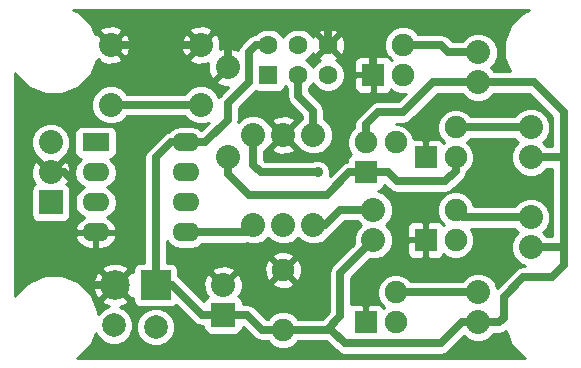
<source format=gbl>
G04 #@! TF.FileFunction,Copper,L2,Bot,Signal*
%FSLAX46Y46*%
G04 Gerber Fmt 4.6, Leading zero omitted, Abs format (unit mm)*
G04 Created by KiCad (PCBNEW (2015-07-09 BZR 5913, Git 33e1797)-product) date 29/10/2015 17:07:08*
%MOMM*%
G01*
G04 APERTURE LIST*
%ADD10C,0.150000*%
%ADD11R,2.032000X2.032000*%
%ADD12C,2.032000*%
%ADD13C,1.905000*%
%ADD14R,2.286000X1.574800*%
%ADD15O,2.286000X1.574800*%
%ADD16R,2.499360X2.499360*%
%ADD17C,2.499360*%
%ADD18C,1.998980*%
%ADD19R,1.600200X1.600200*%
%ADD20C,1.600200*%
%ADD21R,1.905000X1.905000*%
%ADD22C,0.889000*%
%ADD23C,0.635000*%
%ADD24C,0.254000*%
G04 APERTURE END LIST*
D10*
D11*
X56515000Y-82550000D03*
D12*
X56515000Y-80010000D03*
D13*
X61595000Y-83820000D03*
X61595000Y-78740000D03*
D12*
X78105000Y-62865000D03*
X78105000Y-60325000D03*
X82550000Y-69215000D03*
X82550000Y-66675000D03*
X82550000Y-76835000D03*
X82550000Y-74295000D03*
X78105000Y-83185000D03*
X78105000Y-80645000D03*
X69215000Y-76200000D03*
X69215000Y-73660000D03*
D14*
X45720000Y-67945000D03*
D15*
X45720000Y-70485000D03*
X45720000Y-73025000D03*
X45720000Y-75565000D03*
X53340000Y-75565000D03*
X53340000Y-73025000D03*
X53340000Y-70485000D03*
X53340000Y-67945000D03*
D16*
X50800000Y-80010000D03*
D17*
X47371000Y-80010000D03*
D18*
X50800000Y-83566000D03*
X47244000Y-83439000D03*
D19*
X60325000Y-62230000D03*
D20*
X60325000Y-59690000D03*
X62865000Y-62230000D03*
X62865000Y-59690000D03*
X65405000Y-62230000D03*
X65405000Y-59690000D03*
D21*
X68580000Y-70485000D03*
D13*
X71120000Y-67945000D03*
X68580000Y-67945000D03*
D21*
X69215000Y-62230000D03*
D13*
X71755000Y-62230000D03*
X71755000Y-59690000D03*
D21*
X73660000Y-69215000D03*
D13*
X76200000Y-69215000D03*
X76200000Y-66675000D03*
D21*
X73660000Y-76200000D03*
D13*
X76200000Y-76200000D03*
X76200000Y-73660000D03*
D21*
X68580000Y-83185000D03*
D13*
X71120000Y-83185000D03*
X71120000Y-80645000D03*
D12*
X59055000Y-67310000D03*
X59055000Y-74930000D03*
X61595000Y-74930000D03*
X61595000Y-67310000D03*
X56896000Y-69215000D03*
X56896000Y-61595000D03*
X64135000Y-67310000D03*
X64135000Y-74930000D03*
X54610000Y-59690000D03*
X54610000Y-64770000D03*
X46990000Y-59690000D03*
X46990000Y-64770000D03*
D11*
X41910000Y-73025000D03*
D12*
X41910000Y-70485000D03*
X41910000Y-67945000D03*
D22*
X64516000Y-70485000D03*
D23*
X65405000Y-59690000D02*
X65405000Y-58166000D01*
X65405000Y-58166000D02*
X65405000Y-58293000D01*
X65405000Y-58293000D02*
X65405000Y-58166000D01*
X46990000Y-59690000D02*
X54610000Y-59690000D01*
X56896000Y-61595000D02*
X56896000Y-60071000D01*
X56896000Y-60071000D02*
X58801000Y-58166000D01*
X58801000Y-58166000D02*
X65405000Y-58166000D01*
X67056000Y-58166000D02*
X68580000Y-59690000D01*
X65405000Y-58166000D02*
X67056000Y-58166000D01*
X47371000Y-80010000D02*
X45466000Y-80010000D01*
X43815000Y-71247000D02*
X43815000Y-76073000D01*
X43053000Y-70485000D02*
X43815000Y-71247000D01*
X41910000Y-70485000D02*
X43053000Y-70485000D01*
X45466000Y-80010000D02*
X43815000Y-78359000D01*
X43815000Y-78359000D02*
X43815000Y-76073000D01*
X69215000Y-62230000D02*
X69215000Y-60325000D01*
X69215000Y-60325000D02*
X68580000Y-59690000D01*
X53340000Y-67945000D02*
X54991000Y-67945000D01*
X58674000Y-60325000D02*
X59309000Y-59690000D01*
X58674000Y-62865000D02*
X58674000Y-60325000D01*
X56896000Y-64643000D02*
X58674000Y-62865000D01*
X56896000Y-66040000D02*
X56896000Y-64643000D01*
X54991000Y-67945000D02*
X56896000Y-66040000D01*
X64643000Y-83820000D02*
X65659000Y-83820000D01*
X76708000Y-83185000D02*
X78105000Y-83185000D01*
X74930000Y-84963000D02*
X76708000Y-83185000D01*
X66802000Y-84963000D02*
X74930000Y-84963000D01*
X65659000Y-83820000D02*
X66802000Y-84963000D01*
X61595000Y-83820000D02*
X64643000Y-83820000D01*
X64643000Y-83820000D02*
X65278000Y-83820000D01*
X66421000Y-78994000D02*
X69215000Y-76200000D01*
X66421000Y-82677000D02*
X66421000Y-78994000D01*
X65278000Y-83820000D02*
X66421000Y-82677000D01*
X56515000Y-82550000D02*
X58547000Y-82550000D01*
X59817000Y-83820000D02*
X61595000Y-83820000D01*
X58547000Y-82550000D02*
X59817000Y-83820000D01*
X50800000Y-80010000D02*
X52197000Y-80010000D01*
X54737000Y-82550000D02*
X56515000Y-82550000D01*
X52197000Y-80010000D02*
X54737000Y-82550000D01*
X60325000Y-59690000D02*
X59309000Y-59690000D01*
X54356000Y-67945000D02*
X53340000Y-67945000D01*
X82550000Y-69215000D02*
X85344000Y-69215000D01*
X82550000Y-76835000D02*
X85217000Y-76835000D01*
X85217000Y-76835000D02*
X85344000Y-76708000D01*
X78105000Y-62865000D02*
X82804000Y-62865000D01*
X79883000Y-83185000D02*
X78105000Y-83185000D01*
X85344000Y-76708000D02*
X85344000Y-78359000D01*
X85344000Y-78359000D02*
X84328000Y-79375000D01*
X84328000Y-79375000D02*
X81915000Y-79375000D01*
X81915000Y-79375000D02*
X80264000Y-81026000D01*
X80264000Y-81026000D02*
X80264000Y-82804000D01*
X80264000Y-82804000D02*
X79883000Y-83185000D01*
X85344000Y-65405000D02*
X85344000Y-69215000D01*
X85344000Y-69215000D02*
X85344000Y-76708000D01*
X82804000Y-62865000D02*
X85344000Y-65405000D01*
X68580000Y-67945000D02*
X68580000Y-66421000D01*
X74295000Y-62865000D02*
X78105000Y-62865000D01*
X71755000Y-65405000D02*
X74295000Y-62865000D01*
X69596000Y-65405000D02*
X71755000Y-65405000D01*
X68580000Y-66421000D02*
X69596000Y-65405000D01*
X50800000Y-80010000D02*
X50800000Y-69215000D01*
X52070000Y-67945000D02*
X53340000Y-67945000D01*
X50800000Y-69215000D02*
X52070000Y-67945000D01*
X71755000Y-59690000D02*
X74930000Y-59690000D01*
X75565000Y-60325000D02*
X78105000Y-60325000D01*
X74930000Y-59690000D02*
X75565000Y-60325000D01*
X82550000Y-66675000D02*
X76200000Y-66675000D01*
X82550000Y-74295000D02*
X76835000Y-74295000D01*
X76835000Y-74295000D02*
X76200000Y-73660000D01*
X78105000Y-80645000D02*
X71120000Y-80645000D01*
X64135000Y-74930000D02*
X65151000Y-74930000D01*
X65151000Y-74930000D02*
X66421000Y-73660000D01*
X66421000Y-73660000D02*
X69215000Y-73660000D01*
X46990000Y-64770000D02*
X54610000Y-64770000D01*
X53340000Y-75565000D02*
X58420000Y-75565000D01*
X58420000Y-75565000D02*
X59055000Y-74930000D01*
X64135000Y-67310000D02*
X64135000Y-65278000D01*
X62865000Y-64008000D02*
X62865000Y-62230000D01*
X64135000Y-65278000D02*
X62865000Y-64008000D01*
X56896000Y-69215000D02*
X56896000Y-70612000D01*
X56896000Y-70612000D02*
X58674000Y-72390000D01*
X63627000Y-72390000D02*
X65278000Y-72390000D01*
X67183000Y-70485000D02*
X68580000Y-70485000D01*
X65278000Y-72390000D02*
X67183000Y-70485000D01*
X68580000Y-70485000D02*
X70485000Y-70485000D01*
X70485000Y-70485000D02*
X71247000Y-71247000D01*
X71247000Y-71247000D02*
X75311000Y-71247000D01*
X75311000Y-71247000D02*
X76200000Y-70358000D01*
X76200000Y-70358000D02*
X76200000Y-69215000D01*
X58674000Y-72390000D02*
X63627000Y-72390000D01*
X71755000Y-62230000D02*
X71755000Y-62865000D01*
X59055000Y-69850000D02*
X59055000Y-67310000D01*
X59690000Y-70485000D02*
X59055000Y-69850000D01*
X64516000Y-70485000D02*
X59690000Y-70485000D01*
D24*
G36*
X81951439Y-56888355D02*
X80895064Y-57942888D01*
X80322653Y-59321407D01*
X80321350Y-60814045D01*
X80775223Y-61912500D01*
X79486993Y-61912500D01*
X79169868Y-61594821D01*
X79503834Y-61261437D01*
X79755713Y-60654845D01*
X79756286Y-59998037D01*
X79505466Y-59391005D01*
X79041437Y-58926166D01*
X78434845Y-58674287D01*
X77778037Y-58673714D01*
X77171005Y-58924534D01*
X76722257Y-59372500D01*
X75959538Y-59372500D01*
X75603519Y-59016481D01*
X75294506Y-58810005D01*
X74930000Y-58737500D01*
X73047269Y-58737500D01*
X72655421Y-58344968D01*
X72072159Y-58102776D01*
X71440612Y-58102225D01*
X70856928Y-58343398D01*
X70409968Y-58789579D01*
X70167776Y-59372841D01*
X70167225Y-60004388D01*
X70408398Y-60588072D01*
X70779935Y-60960257D01*
X70739947Y-61000175D01*
X70705827Y-60917801D01*
X70527198Y-60739173D01*
X70293809Y-60642500D01*
X69500750Y-60642500D01*
X69342000Y-60801250D01*
X69342000Y-62103000D01*
X69362000Y-62103000D01*
X69362000Y-62357000D01*
X69342000Y-62357000D01*
X69342000Y-63658750D01*
X69500750Y-63817500D01*
X70293809Y-63817500D01*
X70527198Y-63720827D01*
X70705827Y-63542199D01*
X70739838Y-63460090D01*
X70854579Y-63575032D01*
X71437841Y-63817224D01*
X71995251Y-63817710D01*
X71360462Y-64452500D01*
X69596000Y-64452500D01*
X69231494Y-64525005D01*
X68922481Y-64731481D01*
X67906481Y-65747481D01*
X67700005Y-66056494D01*
X67627500Y-66421000D01*
X67627500Y-66652731D01*
X67234968Y-67044579D01*
X66992776Y-67627841D01*
X66992225Y-68259388D01*
X67233398Y-68843072D01*
X67347226Y-68957098D01*
X67172573Y-69071827D01*
X67030123Y-69282860D01*
X66980060Y-69532500D01*
X66980060Y-69572867D01*
X66818494Y-69605005D01*
X66509481Y-69811481D01*
X65577574Y-70743388D01*
X65595313Y-70700668D01*
X65595687Y-70271216D01*
X65431689Y-69874311D01*
X65128286Y-69570378D01*
X64731668Y-69405687D01*
X64302216Y-69405313D01*
X63994400Y-69532500D01*
X60084538Y-69532500D01*
X60007500Y-69455462D01*
X60007500Y-68691993D01*
X60225766Y-68474107D01*
X60610498Y-68474107D01*
X60711120Y-68742622D01*
X61326642Y-68971816D01*
X61983019Y-68948014D01*
X62478880Y-68742622D01*
X62579502Y-68474107D01*
X61595000Y-67489605D01*
X60610498Y-68474107D01*
X60225766Y-68474107D01*
X60412565Y-68287634D01*
X60430893Y-68294502D01*
X61415395Y-67310000D01*
X60430893Y-66325498D01*
X60412083Y-66332547D01*
X60225755Y-66145893D01*
X60610498Y-66145893D01*
X61595000Y-67130395D01*
X62579502Y-66145893D01*
X62478880Y-65877378D01*
X61863358Y-65648184D01*
X61206981Y-65671986D01*
X60711120Y-65877378D01*
X60610498Y-66145893D01*
X60225755Y-66145893D01*
X59991437Y-65911166D01*
X59384845Y-65659287D01*
X58728037Y-65658714D01*
X58121005Y-65909534D01*
X57813364Y-66216639D01*
X57848500Y-66040000D01*
X57848500Y-65037538D01*
X59265291Y-63620747D01*
X59275260Y-63627477D01*
X59524900Y-63677540D01*
X61125100Y-63677540D01*
X61367223Y-63630563D01*
X61580027Y-63490773D01*
X61722477Y-63279740D01*
X61749688Y-63144051D01*
X61912500Y-63307147D01*
X61912500Y-64008000D01*
X61985005Y-64372506D01*
X62191481Y-64681519D01*
X63182500Y-65672538D01*
X63182500Y-65928007D01*
X62777435Y-66332366D01*
X62759107Y-66325498D01*
X61774605Y-67310000D01*
X62759107Y-68294502D01*
X62777917Y-68287453D01*
X63198563Y-68708834D01*
X63805155Y-68960713D01*
X64461963Y-68961286D01*
X65068995Y-68710466D01*
X65533834Y-68246437D01*
X65785713Y-67639845D01*
X65786286Y-66983037D01*
X65535466Y-66376005D01*
X65087500Y-65927257D01*
X65087500Y-65278000D01*
X65014995Y-64913494D01*
X64808519Y-64604481D01*
X63817500Y-63613462D01*
X63817500Y-63306930D01*
X64080909Y-63043980D01*
X64134862Y-62914047D01*
X64187672Y-63041857D01*
X64591020Y-63445909D01*
X65118289Y-63664850D01*
X65689207Y-63665348D01*
X66216857Y-63447328D01*
X66620909Y-63043980D01*
X66839850Y-62516711D01*
X66839851Y-62515750D01*
X67627500Y-62515750D01*
X67627500Y-63308810D01*
X67724173Y-63542199D01*
X67902802Y-63720827D01*
X68136191Y-63817500D01*
X68929250Y-63817500D01*
X69088000Y-63658750D01*
X69088000Y-62357000D01*
X67786250Y-62357000D01*
X67627500Y-62515750D01*
X66839851Y-62515750D01*
X66840348Y-61945793D01*
X66622328Y-61418143D01*
X66355840Y-61151190D01*
X67627500Y-61151190D01*
X67627500Y-61944250D01*
X67786250Y-62103000D01*
X69088000Y-62103000D01*
X69088000Y-60801250D01*
X68929250Y-60642500D01*
X68136191Y-60642500D01*
X67902802Y-60739173D01*
X67724173Y-60917801D01*
X67627500Y-61151190D01*
X66355840Y-61151190D01*
X66218980Y-61014091D01*
X66104493Y-60966552D01*
X66159065Y-60943947D01*
X66233212Y-60697817D01*
X65405000Y-59869605D01*
X64576788Y-60697817D01*
X64650935Y-60943947D01*
X64708978Y-60964810D01*
X64593143Y-61012672D01*
X64189091Y-61416020D01*
X64135138Y-61545953D01*
X64082328Y-61418143D01*
X63678980Y-61014091D01*
X63549047Y-60960138D01*
X63676857Y-60907328D01*
X64080909Y-60503980D01*
X64128448Y-60389493D01*
X64151053Y-60444065D01*
X64397183Y-60518212D01*
X65225395Y-59690000D01*
X65584605Y-59690000D01*
X66412817Y-60518212D01*
X66658947Y-60444065D01*
X66852064Y-59906800D01*
X66824879Y-59336530D01*
X66658947Y-58935935D01*
X66412817Y-58861788D01*
X65584605Y-59690000D01*
X65225395Y-59690000D01*
X65225395Y-59690000D01*
X64397183Y-58861788D01*
X64151053Y-58935935D01*
X64130190Y-58993978D01*
X64082328Y-58878143D01*
X63886709Y-58682183D01*
X64576788Y-58682183D01*
X65405000Y-59510395D01*
X66233212Y-58682183D01*
X66159065Y-58436053D01*
X65621800Y-58242936D01*
X65051530Y-58270121D01*
X64650935Y-58436053D01*
X64576788Y-58682183D01*
X63886709Y-58682183D01*
X63678980Y-58474091D01*
X63151711Y-58255150D01*
X62580793Y-58254652D01*
X62053143Y-58472672D01*
X61649091Y-58876020D01*
X61595138Y-59005953D01*
X61542328Y-58878143D01*
X61138980Y-58474091D01*
X60611711Y-58255150D01*
X60040793Y-58254652D01*
X59513143Y-58472672D01*
X59232637Y-58752690D01*
X58944494Y-58810005D01*
X58756027Y-58935935D01*
X58635481Y-59016481D01*
X58000481Y-59651481D01*
X57794005Y-59960494D01*
X57755643Y-60153353D01*
X57164358Y-59933184D01*
X56507981Y-59956986D01*
X56229353Y-60072397D01*
X56271816Y-59958358D01*
X56248014Y-59301981D01*
X56042622Y-58806120D01*
X55774107Y-58705498D01*
X54789605Y-59690000D01*
X54803748Y-59704143D01*
X54624143Y-59883748D01*
X54610000Y-59869605D01*
X53625498Y-60854107D01*
X53726120Y-61122622D01*
X54341642Y-61351816D01*
X54998019Y-61328014D01*
X55276647Y-61212603D01*
X55234184Y-61326642D01*
X55257986Y-61983019D01*
X55463378Y-62478880D01*
X55731893Y-62579502D01*
X56716395Y-61595000D01*
X56702253Y-61580858D01*
X56881858Y-61401253D01*
X56896000Y-61415395D01*
X56910143Y-61401253D01*
X57089748Y-61580858D01*
X57075605Y-61595000D01*
X57089748Y-61609143D01*
X56910143Y-61788748D01*
X56896000Y-61774605D01*
X55911498Y-62759107D01*
X56012120Y-63027622D01*
X56627642Y-63256816D01*
X56946717Y-63245245D01*
X56222481Y-63969481D01*
X56125555Y-64114541D01*
X56010466Y-63836005D01*
X55546437Y-63371166D01*
X54939845Y-63119287D01*
X54283037Y-63118714D01*
X53676005Y-63369534D01*
X53227257Y-63817500D01*
X48371993Y-63817500D01*
X47926437Y-63371166D01*
X47319845Y-63119287D01*
X46663037Y-63118714D01*
X46056005Y-63369534D01*
X45591166Y-63833563D01*
X45339287Y-64440155D01*
X45338714Y-65096963D01*
X45589534Y-65703995D01*
X46053563Y-66168834D01*
X46660155Y-66420713D01*
X47316963Y-66421286D01*
X47923995Y-66170466D01*
X48372743Y-65722500D01*
X53228007Y-65722500D01*
X53673563Y-66168834D01*
X54280155Y-66420713D01*
X54936963Y-66421286D01*
X55330128Y-66258834D01*
X54684386Y-66904576D01*
X54274762Y-66630874D01*
X53730433Y-66522600D01*
X52949567Y-66522600D01*
X52405238Y-66630874D01*
X51943778Y-66939211D01*
X51883366Y-67029624D01*
X51705494Y-67065005D01*
X51396481Y-67271481D01*
X50126481Y-68541481D01*
X49920005Y-68850494D01*
X49847500Y-69215000D01*
X49847500Y-78112880D01*
X49550320Y-78112880D01*
X49308197Y-78159857D01*
X49095393Y-78299647D01*
X48952943Y-78510680D01*
X48902880Y-78760320D01*
X48902880Y-78944249D01*
X48704089Y-78856517D01*
X47550605Y-80010000D01*
X48704089Y-81163483D01*
X48902880Y-81075751D01*
X48902880Y-81259680D01*
X48949857Y-81501803D01*
X49089647Y-81714607D01*
X49300680Y-81857057D01*
X49550320Y-81907120D01*
X52049680Y-81907120D01*
X52291803Y-81860143D01*
X52504607Y-81720353D01*
X52527057Y-81687095D01*
X54063480Y-83223519D01*
X54313290Y-83390436D01*
X54372494Y-83429995D01*
X54737000Y-83502500D01*
X54851560Y-83502500D01*
X54851560Y-83566000D01*
X54898537Y-83808123D01*
X55038327Y-84020927D01*
X55249360Y-84163377D01*
X55499000Y-84213440D01*
X57531000Y-84213440D01*
X57773123Y-84166463D01*
X57985927Y-84026673D01*
X58128377Y-83815640D01*
X58178440Y-83566000D01*
X58178440Y-83528478D01*
X59143481Y-84493519D01*
X59452494Y-84699995D01*
X59817000Y-84772500D01*
X60302731Y-84772500D01*
X60694579Y-85165032D01*
X61277841Y-85407224D01*
X61909388Y-85407775D01*
X62493072Y-85166602D01*
X62887862Y-84772500D01*
X65264462Y-84772500D01*
X66128481Y-85636519D01*
X66437494Y-85842995D01*
X66802000Y-85915500D01*
X74930000Y-85915500D01*
X75294506Y-85842995D01*
X75603519Y-85636519D01*
X76912607Y-84327431D01*
X77168563Y-84583834D01*
X77775155Y-84835713D01*
X78431963Y-84836286D01*
X79038995Y-84585466D01*
X79487743Y-84137500D01*
X79883000Y-84137500D01*
X80247506Y-84064995D01*
X80431962Y-83941746D01*
X80891355Y-85053561D01*
X81945888Y-86109936D01*
X82089334Y-86169500D01*
X44151382Y-86169500D01*
X44286561Y-86113645D01*
X45342936Y-85059112D01*
X45744905Y-84091063D01*
X45857538Y-84363655D01*
X46316927Y-84823846D01*
X46917453Y-85073206D01*
X47567694Y-85073774D01*
X48168655Y-84825462D01*
X48628846Y-84366073D01*
X48826656Y-83889694D01*
X49165226Y-83889694D01*
X49413538Y-84490655D01*
X49872927Y-84950846D01*
X50473453Y-85200206D01*
X51123694Y-85200774D01*
X51724655Y-84952462D01*
X52184846Y-84493073D01*
X52434206Y-83892547D01*
X52434774Y-83242306D01*
X52186462Y-82641345D01*
X51727073Y-82181154D01*
X51126547Y-81931794D01*
X50476306Y-81931226D01*
X49875345Y-82179538D01*
X49415154Y-82638927D01*
X49165794Y-83239453D01*
X49165226Y-83889694D01*
X48826656Y-83889694D01*
X48878206Y-83765547D01*
X48878774Y-83115306D01*
X48630462Y-82514345D01*
X48171073Y-82054154D01*
X47763266Y-81884818D01*
X47796384Y-81883928D01*
X48395275Y-81635859D01*
X48524483Y-81343089D01*
X47371000Y-80189605D01*
X46217517Y-81343089D01*
X46346725Y-81635859D01*
X46855809Y-81830876D01*
X46319345Y-82052538D01*
X45916417Y-82454764D01*
X45916650Y-82187955D01*
X45346645Y-80808439D01*
X44292112Y-79752064D01*
X44132730Y-79685883D01*
X45476929Y-79685883D01*
X45497072Y-80435384D01*
X45745141Y-81034275D01*
X46037911Y-81163483D01*
X47191395Y-80010000D01*
X46037911Y-78856517D01*
X45745141Y-78985725D01*
X45476929Y-79685883D01*
X44132730Y-79685883D01*
X42913593Y-79179653D01*
X41420955Y-79178350D01*
X40041439Y-79748355D01*
X38985064Y-80802888D01*
X38925500Y-80946334D01*
X38925500Y-78676911D01*
X46217517Y-78676911D01*
X47371000Y-79830395D01*
X48524483Y-78676911D01*
X48395275Y-78384141D01*
X47695117Y-78115929D01*
X46945616Y-78136072D01*
X46346725Y-78384141D01*
X46217517Y-78676911D01*
X38925500Y-78676911D01*
X38925500Y-75912060D01*
X43984990Y-75912060D01*
X44001673Y-75991996D01*
X44268809Y-76480986D01*
X44702738Y-76830525D01*
X45237400Y-76987400D01*
X45593000Y-76987400D01*
X45593000Y-75692000D01*
X45847000Y-75692000D01*
X45847000Y-76987400D01*
X46202600Y-76987400D01*
X46737262Y-76830525D01*
X47171191Y-76480986D01*
X47438327Y-75991996D01*
X47455010Y-75912060D01*
X47332852Y-75692000D01*
X45847000Y-75692000D01*
X45593000Y-75692000D01*
X45593000Y-75692000D01*
X44107148Y-75692000D01*
X43984990Y-75912060D01*
X38925500Y-75912060D01*
X38925500Y-72009000D01*
X40246560Y-72009000D01*
X40246560Y-74041000D01*
X40293537Y-74283123D01*
X40433327Y-74495927D01*
X40644360Y-74638377D01*
X40894000Y-74688440D01*
X42926000Y-74688440D01*
X43168123Y-74641463D01*
X43380927Y-74501673D01*
X43523377Y-74290640D01*
X43573440Y-74041000D01*
X43573440Y-72009000D01*
X43526463Y-71766877D01*
X43386673Y-71554073D01*
X43194531Y-71424375D01*
X43342622Y-71368880D01*
X43571816Y-70753358D01*
X43562085Y-70485000D01*
X43907167Y-70485000D01*
X44015441Y-71029329D01*
X44323778Y-71490789D01*
X44719199Y-71755000D01*
X44323778Y-72019211D01*
X44015441Y-72480671D01*
X43907167Y-73025000D01*
X44015441Y-73569329D01*
X44323778Y-74030789D01*
X44718830Y-74294754D01*
X44702738Y-74299475D01*
X44268809Y-74649014D01*
X44001673Y-75138004D01*
X43984990Y-75217940D01*
X44107148Y-75438000D01*
X45593000Y-75438000D01*
X45593000Y-75418000D01*
X45847000Y-75418000D01*
X45847000Y-75438000D01*
X47332852Y-75438000D01*
X47455010Y-75217940D01*
X47438327Y-75138004D01*
X47171191Y-74649014D01*
X46737262Y-74299475D01*
X46721170Y-74294754D01*
X47116222Y-74030789D01*
X47424559Y-73569329D01*
X47532833Y-73025000D01*
X47424559Y-72480671D01*
X47116222Y-72019211D01*
X46720801Y-71755000D01*
X47116222Y-71490789D01*
X47424559Y-71029329D01*
X47532833Y-70485000D01*
X47424559Y-69940671D01*
X47116222Y-69479211D01*
X46943986Y-69364127D01*
X47105123Y-69332863D01*
X47317927Y-69193073D01*
X47460377Y-68982040D01*
X47510440Y-68732400D01*
X47510440Y-67157600D01*
X47463463Y-66915477D01*
X47323673Y-66702673D01*
X47112640Y-66560223D01*
X46863000Y-66510160D01*
X44577000Y-66510160D01*
X44334877Y-66557137D01*
X44122073Y-66696927D01*
X43979623Y-66907960D01*
X43929560Y-67157600D01*
X43929560Y-68732400D01*
X43976537Y-68974523D01*
X44116327Y-69187327D01*
X44327360Y-69329777D01*
X44496622Y-69363721D01*
X44323778Y-69479211D01*
X44015441Y-69940671D01*
X43907167Y-70485000D01*
X43562085Y-70485000D01*
X43548014Y-70096981D01*
X43342622Y-69601120D01*
X43074107Y-69500498D01*
X42089605Y-70485000D01*
X42103748Y-70499143D01*
X41924143Y-70678748D01*
X41910000Y-70664605D01*
X41895858Y-70678748D01*
X41716253Y-70499143D01*
X41730395Y-70485000D01*
X40745893Y-69500498D01*
X40477378Y-69601120D01*
X40248184Y-70216642D01*
X40271986Y-70873019D01*
X40477378Y-71368880D01*
X40626932Y-71424923D01*
X40439073Y-71548327D01*
X40296623Y-71759360D01*
X40246560Y-72009000D01*
X38925500Y-72009000D01*
X38925500Y-68271963D01*
X40258714Y-68271963D01*
X40509534Y-68878995D01*
X40932366Y-69302565D01*
X40925498Y-69320893D01*
X41910000Y-70305395D01*
X42894502Y-69320893D01*
X42887453Y-69302083D01*
X43308834Y-68881437D01*
X43560713Y-68274845D01*
X43561286Y-67618037D01*
X43310466Y-67011005D01*
X42846437Y-66546166D01*
X42239845Y-66294287D01*
X41583037Y-66293714D01*
X40976005Y-66544534D01*
X40511166Y-67008563D01*
X40259287Y-67615155D01*
X40258714Y-68271963D01*
X38925500Y-68271963D01*
X38925500Y-62058382D01*
X38981355Y-62193561D01*
X40035888Y-63249936D01*
X41414407Y-63822347D01*
X42907045Y-63823650D01*
X44286561Y-63253645D01*
X45342936Y-62199112D01*
X45864927Y-60942017D01*
X45891259Y-60968349D01*
X46005499Y-60854109D01*
X46106120Y-61122622D01*
X46721642Y-61351816D01*
X47378019Y-61328014D01*
X47873880Y-61122622D01*
X47974502Y-60854107D01*
X46990000Y-59869605D01*
X46975858Y-59883748D01*
X46796253Y-59704143D01*
X46810395Y-59690000D01*
X47169605Y-59690000D01*
X48154107Y-60674502D01*
X48422622Y-60573880D01*
X48651816Y-59958358D01*
X48632353Y-59421642D01*
X52948184Y-59421642D01*
X52971986Y-60078019D01*
X53177378Y-60573880D01*
X53445893Y-60674502D01*
X54430395Y-59690000D01*
X53445893Y-58705498D01*
X53177378Y-58806120D01*
X52948184Y-59421642D01*
X48632353Y-59421642D01*
X48628014Y-59301981D01*
X48422622Y-58806120D01*
X48154107Y-58705498D01*
X47169605Y-59690000D01*
X46810395Y-59690000D01*
X46810395Y-59690000D01*
X45825893Y-58705498D01*
X45681771Y-58759505D01*
X45585244Y-58525893D01*
X46005498Y-58525893D01*
X46990000Y-59510395D01*
X47974502Y-58525893D01*
X53625498Y-58525893D01*
X54610000Y-59510395D01*
X55594502Y-58525893D01*
X55493880Y-58257378D01*
X54878358Y-58028184D01*
X54221981Y-58051986D01*
X53726120Y-58257378D01*
X53625498Y-58525893D01*
X47974502Y-58525893D01*
X47974502Y-58525893D01*
X47873880Y-58257378D01*
X47258358Y-58028184D01*
X46601981Y-58051986D01*
X46106120Y-58257378D01*
X46005498Y-58525893D01*
X45585244Y-58525893D01*
X45346645Y-57948439D01*
X44292112Y-56892064D01*
X43842816Y-56705500D01*
X82393981Y-56705500D01*
X81951439Y-56888355D01*
X81951439Y-56888355D01*
G37*
X81951439Y-56888355D02*
X80895064Y-57942888D01*
X80322653Y-59321407D01*
X80321350Y-60814045D01*
X80775223Y-61912500D01*
X79486993Y-61912500D01*
X79169868Y-61594821D01*
X79503834Y-61261437D01*
X79755713Y-60654845D01*
X79756286Y-59998037D01*
X79505466Y-59391005D01*
X79041437Y-58926166D01*
X78434845Y-58674287D01*
X77778037Y-58673714D01*
X77171005Y-58924534D01*
X76722257Y-59372500D01*
X75959538Y-59372500D01*
X75603519Y-59016481D01*
X75294506Y-58810005D01*
X74930000Y-58737500D01*
X73047269Y-58737500D01*
X72655421Y-58344968D01*
X72072159Y-58102776D01*
X71440612Y-58102225D01*
X70856928Y-58343398D01*
X70409968Y-58789579D01*
X70167776Y-59372841D01*
X70167225Y-60004388D01*
X70408398Y-60588072D01*
X70779935Y-60960257D01*
X70739947Y-61000175D01*
X70705827Y-60917801D01*
X70527198Y-60739173D01*
X70293809Y-60642500D01*
X69500750Y-60642500D01*
X69342000Y-60801250D01*
X69342000Y-62103000D01*
X69362000Y-62103000D01*
X69362000Y-62357000D01*
X69342000Y-62357000D01*
X69342000Y-63658750D01*
X69500750Y-63817500D01*
X70293809Y-63817500D01*
X70527198Y-63720827D01*
X70705827Y-63542199D01*
X70739838Y-63460090D01*
X70854579Y-63575032D01*
X71437841Y-63817224D01*
X71995251Y-63817710D01*
X71360462Y-64452500D01*
X69596000Y-64452500D01*
X69231494Y-64525005D01*
X68922481Y-64731481D01*
X67906481Y-65747481D01*
X67700005Y-66056494D01*
X67627500Y-66421000D01*
X67627500Y-66652731D01*
X67234968Y-67044579D01*
X66992776Y-67627841D01*
X66992225Y-68259388D01*
X67233398Y-68843072D01*
X67347226Y-68957098D01*
X67172573Y-69071827D01*
X67030123Y-69282860D01*
X66980060Y-69532500D01*
X66980060Y-69572867D01*
X66818494Y-69605005D01*
X66509481Y-69811481D01*
X65577574Y-70743388D01*
X65595313Y-70700668D01*
X65595687Y-70271216D01*
X65431689Y-69874311D01*
X65128286Y-69570378D01*
X64731668Y-69405687D01*
X64302216Y-69405313D01*
X63994400Y-69532500D01*
X60084538Y-69532500D01*
X60007500Y-69455462D01*
X60007500Y-68691993D01*
X60225766Y-68474107D01*
X60610498Y-68474107D01*
X60711120Y-68742622D01*
X61326642Y-68971816D01*
X61983019Y-68948014D01*
X62478880Y-68742622D01*
X62579502Y-68474107D01*
X61595000Y-67489605D01*
X60610498Y-68474107D01*
X60225766Y-68474107D01*
X60412565Y-68287634D01*
X60430893Y-68294502D01*
X61415395Y-67310000D01*
X60430893Y-66325498D01*
X60412083Y-66332547D01*
X60225755Y-66145893D01*
X60610498Y-66145893D01*
X61595000Y-67130395D01*
X62579502Y-66145893D01*
X62478880Y-65877378D01*
X61863358Y-65648184D01*
X61206981Y-65671986D01*
X60711120Y-65877378D01*
X60610498Y-66145893D01*
X60225755Y-66145893D01*
X59991437Y-65911166D01*
X59384845Y-65659287D01*
X58728037Y-65658714D01*
X58121005Y-65909534D01*
X57813364Y-66216639D01*
X57848500Y-66040000D01*
X57848500Y-65037538D01*
X59265291Y-63620747D01*
X59275260Y-63627477D01*
X59524900Y-63677540D01*
X61125100Y-63677540D01*
X61367223Y-63630563D01*
X61580027Y-63490773D01*
X61722477Y-63279740D01*
X61749688Y-63144051D01*
X61912500Y-63307147D01*
X61912500Y-64008000D01*
X61985005Y-64372506D01*
X62191481Y-64681519D01*
X63182500Y-65672538D01*
X63182500Y-65928007D01*
X62777435Y-66332366D01*
X62759107Y-66325498D01*
X61774605Y-67310000D01*
X62759107Y-68294502D01*
X62777917Y-68287453D01*
X63198563Y-68708834D01*
X63805155Y-68960713D01*
X64461963Y-68961286D01*
X65068995Y-68710466D01*
X65533834Y-68246437D01*
X65785713Y-67639845D01*
X65786286Y-66983037D01*
X65535466Y-66376005D01*
X65087500Y-65927257D01*
X65087500Y-65278000D01*
X65014995Y-64913494D01*
X64808519Y-64604481D01*
X63817500Y-63613462D01*
X63817500Y-63306930D01*
X64080909Y-63043980D01*
X64134862Y-62914047D01*
X64187672Y-63041857D01*
X64591020Y-63445909D01*
X65118289Y-63664850D01*
X65689207Y-63665348D01*
X66216857Y-63447328D01*
X66620909Y-63043980D01*
X66839850Y-62516711D01*
X66839851Y-62515750D01*
X67627500Y-62515750D01*
X67627500Y-63308810D01*
X67724173Y-63542199D01*
X67902802Y-63720827D01*
X68136191Y-63817500D01*
X68929250Y-63817500D01*
X69088000Y-63658750D01*
X69088000Y-62357000D01*
X67786250Y-62357000D01*
X67627500Y-62515750D01*
X66839851Y-62515750D01*
X66840348Y-61945793D01*
X66622328Y-61418143D01*
X66355840Y-61151190D01*
X67627500Y-61151190D01*
X67627500Y-61944250D01*
X67786250Y-62103000D01*
X69088000Y-62103000D01*
X69088000Y-60801250D01*
X68929250Y-60642500D01*
X68136191Y-60642500D01*
X67902802Y-60739173D01*
X67724173Y-60917801D01*
X67627500Y-61151190D01*
X66355840Y-61151190D01*
X66218980Y-61014091D01*
X66104493Y-60966552D01*
X66159065Y-60943947D01*
X66233212Y-60697817D01*
X65405000Y-59869605D01*
X64576788Y-60697817D01*
X64650935Y-60943947D01*
X64708978Y-60964810D01*
X64593143Y-61012672D01*
X64189091Y-61416020D01*
X64135138Y-61545953D01*
X64082328Y-61418143D01*
X63678980Y-61014091D01*
X63549047Y-60960138D01*
X63676857Y-60907328D01*
X64080909Y-60503980D01*
X64128448Y-60389493D01*
X64151053Y-60444065D01*
X64397183Y-60518212D01*
X65225395Y-59690000D01*
X65584605Y-59690000D01*
X66412817Y-60518212D01*
X66658947Y-60444065D01*
X66852064Y-59906800D01*
X66824879Y-59336530D01*
X66658947Y-58935935D01*
X66412817Y-58861788D01*
X65584605Y-59690000D01*
X65225395Y-59690000D01*
X65225395Y-59690000D01*
X64397183Y-58861788D01*
X64151053Y-58935935D01*
X64130190Y-58993978D01*
X64082328Y-58878143D01*
X63886709Y-58682183D01*
X64576788Y-58682183D01*
X65405000Y-59510395D01*
X66233212Y-58682183D01*
X66159065Y-58436053D01*
X65621800Y-58242936D01*
X65051530Y-58270121D01*
X64650935Y-58436053D01*
X64576788Y-58682183D01*
X63886709Y-58682183D01*
X63678980Y-58474091D01*
X63151711Y-58255150D01*
X62580793Y-58254652D01*
X62053143Y-58472672D01*
X61649091Y-58876020D01*
X61595138Y-59005953D01*
X61542328Y-58878143D01*
X61138980Y-58474091D01*
X60611711Y-58255150D01*
X60040793Y-58254652D01*
X59513143Y-58472672D01*
X59232637Y-58752690D01*
X58944494Y-58810005D01*
X58756027Y-58935935D01*
X58635481Y-59016481D01*
X58000481Y-59651481D01*
X57794005Y-59960494D01*
X57755643Y-60153353D01*
X57164358Y-59933184D01*
X56507981Y-59956986D01*
X56229353Y-60072397D01*
X56271816Y-59958358D01*
X56248014Y-59301981D01*
X56042622Y-58806120D01*
X55774107Y-58705498D01*
X54789605Y-59690000D01*
X54803748Y-59704143D01*
X54624143Y-59883748D01*
X54610000Y-59869605D01*
X53625498Y-60854107D01*
X53726120Y-61122622D01*
X54341642Y-61351816D01*
X54998019Y-61328014D01*
X55276647Y-61212603D01*
X55234184Y-61326642D01*
X55257986Y-61983019D01*
X55463378Y-62478880D01*
X55731893Y-62579502D01*
X56716395Y-61595000D01*
X56702253Y-61580858D01*
X56881858Y-61401253D01*
X56896000Y-61415395D01*
X56910143Y-61401253D01*
X57089748Y-61580858D01*
X57075605Y-61595000D01*
X57089748Y-61609143D01*
X56910143Y-61788748D01*
X56896000Y-61774605D01*
X55911498Y-62759107D01*
X56012120Y-63027622D01*
X56627642Y-63256816D01*
X56946717Y-63245245D01*
X56222481Y-63969481D01*
X56125555Y-64114541D01*
X56010466Y-63836005D01*
X55546437Y-63371166D01*
X54939845Y-63119287D01*
X54283037Y-63118714D01*
X53676005Y-63369534D01*
X53227257Y-63817500D01*
X48371993Y-63817500D01*
X47926437Y-63371166D01*
X47319845Y-63119287D01*
X46663037Y-63118714D01*
X46056005Y-63369534D01*
X45591166Y-63833563D01*
X45339287Y-64440155D01*
X45338714Y-65096963D01*
X45589534Y-65703995D01*
X46053563Y-66168834D01*
X46660155Y-66420713D01*
X47316963Y-66421286D01*
X47923995Y-66170466D01*
X48372743Y-65722500D01*
X53228007Y-65722500D01*
X53673563Y-66168834D01*
X54280155Y-66420713D01*
X54936963Y-66421286D01*
X55330128Y-66258834D01*
X54684386Y-66904576D01*
X54274762Y-66630874D01*
X53730433Y-66522600D01*
X52949567Y-66522600D01*
X52405238Y-66630874D01*
X51943778Y-66939211D01*
X51883366Y-67029624D01*
X51705494Y-67065005D01*
X51396481Y-67271481D01*
X50126481Y-68541481D01*
X49920005Y-68850494D01*
X49847500Y-69215000D01*
X49847500Y-78112880D01*
X49550320Y-78112880D01*
X49308197Y-78159857D01*
X49095393Y-78299647D01*
X48952943Y-78510680D01*
X48902880Y-78760320D01*
X48902880Y-78944249D01*
X48704089Y-78856517D01*
X47550605Y-80010000D01*
X48704089Y-81163483D01*
X48902880Y-81075751D01*
X48902880Y-81259680D01*
X48949857Y-81501803D01*
X49089647Y-81714607D01*
X49300680Y-81857057D01*
X49550320Y-81907120D01*
X52049680Y-81907120D01*
X52291803Y-81860143D01*
X52504607Y-81720353D01*
X52527057Y-81687095D01*
X54063480Y-83223519D01*
X54313290Y-83390436D01*
X54372494Y-83429995D01*
X54737000Y-83502500D01*
X54851560Y-83502500D01*
X54851560Y-83566000D01*
X54898537Y-83808123D01*
X55038327Y-84020927D01*
X55249360Y-84163377D01*
X55499000Y-84213440D01*
X57531000Y-84213440D01*
X57773123Y-84166463D01*
X57985927Y-84026673D01*
X58128377Y-83815640D01*
X58178440Y-83566000D01*
X58178440Y-83528478D01*
X59143481Y-84493519D01*
X59452494Y-84699995D01*
X59817000Y-84772500D01*
X60302731Y-84772500D01*
X60694579Y-85165032D01*
X61277841Y-85407224D01*
X61909388Y-85407775D01*
X62493072Y-85166602D01*
X62887862Y-84772500D01*
X65264462Y-84772500D01*
X66128481Y-85636519D01*
X66437494Y-85842995D01*
X66802000Y-85915500D01*
X74930000Y-85915500D01*
X75294506Y-85842995D01*
X75603519Y-85636519D01*
X76912607Y-84327431D01*
X77168563Y-84583834D01*
X77775155Y-84835713D01*
X78431963Y-84836286D01*
X79038995Y-84585466D01*
X79487743Y-84137500D01*
X79883000Y-84137500D01*
X80247506Y-84064995D01*
X80431962Y-83941746D01*
X80891355Y-85053561D01*
X81945888Y-86109936D01*
X82089334Y-86169500D01*
X44151382Y-86169500D01*
X44286561Y-86113645D01*
X45342936Y-85059112D01*
X45744905Y-84091063D01*
X45857538Y-84363655D01*
X46316927Y-84823846D01*
X46917453Y-85073206D01*
X47567694Y-85073774D01*
X48168655Y-84825462D01*
X48628846Y-84366073D01*
X48826656Y-83889694D01*
X49165226Y-83889694D01*
X49413538Y-84490655D01*
X49872927Y-84950846D01*
X50473453Y-85200206D01*
X51123694Y-85200774D01*
X51724655Y-84952462D01*
X52184846Y-84493073D01*
X52434206Y-83892547D01*
X52434774Y-83242306D01*
X52186462Y-82641345D01*
X51727073Y-82181154D01*
X51126547Y-81931794D01*
X50476306Y-81931226D01*
X49875345Y-82179538D01*
X49415154Y-82638927D01*
X49165794Y-83239453D01*
X49165226Y-83889694D01*
X48826656Y-83889694D01*
X48878206Y-83765547D01*
X48878774Y-83115306D01*
X48630462Y-82514345D01*
X48171073Y-82054154D01*
X47763266Y-81884818D01*
X47796384Y-81883928D01*
X48395275Y-81635859D01*
X48524483Y-81343089D01*
X47371000Y-80189605D01*
X46217517Y-81343089D01*
X46346725Y-81635859D01*
X46855809Y-81830876D01*
X46319345Y-82052538D01*
X45916417Y-82454764D01*
X45916650Y-82187955D01*
X45346645Y-80808439D01*
X44292112Y-79752064D01*
X44132730Y-79685883D01*
X45476929Y-79685883D01*
X45497072Y-80435384D01*
X45745141Y-81034275D01*
X46037911Y-81163483D01*
X47191395Y-80010000D01*
X46037911Y-78856517D01*
X45745141Y-78985725D01*
X45476929Y-79685883D01*
X44132730Y-79685883D01*
X42913593Y-79179653D01*
X41420955Y-79178350D01*
X40041439Y-79748355D01*
X38985064Y-80802888D01*
X38925500Y-80946334D01*
X38925500Y-78676911D01*
X46217517Y-78676911D01*
X47371000Y-79830395D01*
X48524483Y-78676911D01*
X48395275Y-78384141D01*
X47695117Y-78115929D01*
X46945616Y-78136072D01*
X46346725Y-78384141D01*
X46217517Y-78676911D01*
X38925500Y-78676911D01*
X38925500Y-75912060D01*
X43984990Y-75912060D01*
X44001673Y-75991996D01*
X44268809Y-76480986D01*
X44702738Y-76830525D01*
X45237400Y-76987400D01*
X45593000Y-76987400D01*
X45593000Y-75692000D01*
X45847000Y-75692000D01*
X45847000Y-76987400D01*
X46202600Y-76987400D01*
X46737262Y-76830525D01*
X47171191Y-76480986D01*
X47438327Y-75991996D01*
X47455010Y-75912060D01*
X47332852Y-75692000D01*
X45847000Y-75692000D01*
X45593000Y-75692000D01*
X45593000Y-75692000D01*
X44107148Y-75692000D01*
X43984990Y-75912060D01*
X38925500Y-75912060D01*
X38925500Y-72009000D01*
X40246560Y-72009000D01*
X40246560Y-74041000D01*
X40293537Y-74283123D01*
X40433327Y-74495927D01*
X40644360Y-74638377D01*
X40894000Y-74688440D01*
X42926000Y-74688440D01*
X43168123Y-74641463D01*
X43380927Y-74501673D01*
X43523377Y-74290640D01*
X43573440Y-74041000D01*
X43573440Y-72009000D01*
X43526463Y-71766877D01*
X43386673Y-71554073D01*
X43194531Y-71424375D01*
X43342622Y-71368880D01*
X43571816Y-70753358D01*
X43562085Y-70485000D01*
X43907167Y-70485000D01*
X44015441Y-71029329D01*
X44323778Y-71490789D01*
X44719199Y-71755000D01*
X44323778Y-72019211D01*
X44015441Y-72480671D01*
X43907167Y-73025000D01*
X44015441Y-73569329D01*
X44323778Y-74030789D01*
X44718830Y-74294754D01*
X44702738Y-74299475D01*
X44268809Y-74649014D01*
X44001673Y-75138004D01*
X43984990Y-75217940D01*
X44107148Y-75438000D01*
X45593000Y-75438000D01*
X45593000Y-75418000D01*
X45847000Y-75418000D01*
X45847000Y-75438000D01*
X47332852Y-75438000D01*
X47455010Y-75217940D01*
X47438327Y-75138004D01*
X47171191Y-74649014D01*
X46737262Y-74299475D01*
X46721170Y-74294754D01*
X47116222Y-74030789D01*
X47424559Y-73569329D01*
X47532833Y-73025000D01*
X47424559Y-72480671D01*
X47116222Y-72019211D01*
X46720801Y-71755000D01*
X47116222Y-71490789D01*
X47424559Y-71029329D01*
X47532833Y-70485000D01*
X47424559Y-69940671D01*
X47116222Y-69479211D01*
X46943986Y-69364127D01*
X47105123Y-69332863D01*
X47317927Y-69193073D01*
X47460377Y-68982040D01*
X47510440Y-68732400D01*
X47510440Y-67157600D01*
X47463463Y-66915477D01*
X47323673Y-66702673D01*
X47112640Y-66560223D01*
X46863000Y-66510160D01*
X44577000Y-66510160D01*
X44334877Y-66557137D01*
X44122073Y-66696927D01*
X43979623Y-66907960D01*
X43929560Y-67157600D01*
X43929560Y-68732400D01*
X43976537Y-68974523D01*
X44116327Y-69187327D01*
X44327360Y-69329777D01*
X44496622Y-69363721D01*
X44323778Y-69479211D01*
X44015441Y-69940671D01*
X43907167Y-70485000D01*
X43562085Y-70485000D01*
X43548014Y-70096981D01*
X43342622Y-69601120D01*
X43074107Y-69500498D01*
X42089605Y-70485000D01*
X42103748Y-70499143D01*
X41924143Y-70678748D01*
X41910000Y-70664605D01*
X41895858Y-70678748D01*
X41716253Y-70499143D01*
X41730395Y-70485000D01*
X40745893Y-69500498D01*
X40477378Y-69601120D01*
X40248184Y-70216642D01*
X40271986Y-70873019D01*
X40477378Y-71368880D01*
X40626932Y-71424923D01*
X40439073Y-71548327D01*
X40296623Y-71759360D01*
X40246560Y-72009000D01*
X38925500Y-72009000D01*
X38925500Y-68271963D01*
X40258714Y-68271963D01*
X40509534Y-68878995D01*
X40932366Y-69302565D01*
X40925498Y-69320893D01*
X41910000Y-70305395D01*
X42894502Y-69320893D01*
X42887453Y-69302083D01*
X43308834Y-68881437D01*
X43560713Y-68274845D01*
X43561286Y-67618037D01*
X43310466Y-67011005D01*
X42846437Y-66546166D01*
X42239845Y-66294287D01*
X41583037Y-66293714D01*
X40976005Y-66544534D01*
X40511166Y-67008563D01*
X40259287Y-67615155D01*
X40258714Y-68271963D01*
X38925500Y-68271963D01*
X38925500Y-62058382D01*
X38981355Y-62193561D01*
X40035888Y-63249936D01*
X41414407Y-63822347D01*
X42907045Y-63823650D01*
X44286561Y-63253645D01*
X45342936Y-62199112D01*
X45864927Y-60942017D01*
X45891259Y-60968349D01*
X46005499Y-60854109D01*
X46106120Y-61122622D01*
X46721642Y-61351816D01*
X47378019Y-61328014D01*
X47873880Y-61122622D01*
X47974502Y-60854107D01*
X46990000Y-59869605D01*
X46975858Y-59883748D01*
X46796253Y-59704143D01*
X46810395Y-59690000D01*
X47169605Y-59690000D01*
X48154107Y-60674502D01*
X48422622Y-60573880D01*
X48651816Y-59958358D01*
X48632353Y-59421642D01*
X52948184Y-59421642D01*
X52971986Y-60078019D01*
X53177378Y-60573880D01*
X53445893Y-60674502D01*
X54430395Y-59690000D01*
X53445893Y-58705498D01*
X53177378Y-58806120D01*
X52948184Y-59421642D01*
X48632353Y-59421642D01*
X48628014Y-59301981D01*
X48422622Y-58806120D01*
X48154107Y-58705498D01*
X47169605Y-59690000D01*
X46810395Y-59690000D01*
X46810395Y-59690000D01*
X45825893Y-58705498D01*
X45681771Y-58759505D01*
X45585244Y-58525893D01*
X46005498Y-58525893D01*
X46990000Y-59510395D01*
X47974502Y-58525893D01*
X53625498Y-58525893D01*
X54610000Y-59510395D01*
X55594502Y-58525893D01*
X55493880Y-58257378D01*
X54878358Y-58028184D01*
X54221981Y-58051986D01*
X53726120Y-58257378D01*
X53625498Y-58525893D01*
X47974502Y-58525893D01*
X47974502Y-58525893D01*
X47873880Y-58257378D01*
X47258358Y-58028184D01*
X46601981Y-58051986D01*
X46106120Y-58257378D01*
X46005498Y-58525893D01*
X45585244Y-58525893D01*
X45346645Y-57948439D01*
X44292112Y-56892064D01*
X43842816Y-56705500D01*
X82393981Y-56705500D01*
X81951439Y-56888355D01*
G36*
X81485132Y-67945179D02*
X81151166Y-68278563D01*
X80899287Y-68885155D01*
X80898714Y-69541963D01*
X81149534Y-70148995D01*
X81613563Y-70613834D01*
X82220155Y-70865713D01*
X82876963Y-70866286D01*
X83483995Y-70615466D01*
X83932743Y-70167500D01*
X84391500Y-70167500D01*
X84391500Y-75882500D01*
X83931993Y-75882500D01*
X83614868Y-75564821D01*
X83948834Y-75231437D01*
X84200713Y-74624845D01*
X84201286Y-73968037D01*
X83950466Y-73361005D01*
X83486437Y-72896166D01*
X82879845Y-72644287D01*
X82223037Y-72643714D01*
X81616005Y-72894534D01*
X81167257Y-73342500D01*
X77786489Y-73342500D01*
X77546602Y-72761928D01*
X77100421Y-72314968D01*
X76517159Y-72072776D01*
X75885612Y-72072225D01*
X75301928Y-72313398D01*
X74854968Y-72759579D01*
X74612776Y-73342841D01*
X74612225Y-73974388D01*
X74853398Y-74558072D01*
X75224935Y-74930257D01*
X75184947Y-74970175D01*
X75150827Y-74887801D01*
X74972198Y-74709173D01*
X74738809Y-74612500D01*
X73945750Y-74612500D01*
X73787000Y-74771250D01*
X73787000Y-76073000D01*
X73807000Y-76073000D01*
X73807000Y-76327000D01*
X73787000Y-76327000D01*
X73787000Y-77628750D01*
X73945750Y-77787500D01*
X74738809Y-77787500D01*
X74972198Y-77690827D01*
X75150827Y-77512199D01*
X75184838Y-77430090D01*
X75299579Y-77545032D01*
X75882841Y-77787224D01*
X76514388Y-77787775D01*
X77098072Y-77546602D01*
X77545032Y-77100421D01*
X77787224Y-76517159D01*
X77787775Y-75885612D01*
X77546602Y-75301928D01*
X77492269Y-75247500D01*
X81168007Y-75247500D01*
X81485132Y-75565179D01*
X81151166Y-75898563D01*
X80899287Y-76505155D01*
X80898714Y-77161963D01*
X81149534Y-77768995D01*
X81613563Y-78233834D01*
X82067921Y-78422500D01*
X81915000Y-78422500D01*
X81550494Y-78495005D01*
X81349217Y-78629494D01*
X81241481Y-78701481D01*
X79717878Y-80225084D01*
X79505466Y-79711005D01*
X79041437Y-79246166D01*
X78434845Y-78994287D01*
X77778037Y-78993714D01*
X77171005Y-79244534D01*
X76722257Y-79692500D01*
X72412269Y-79692500D01*
X72020421Y-79299968D01*
X71437159Y-79057776D01*
X70805612Y-79057225D01*
X70221928Y-79298398D01*
X69774968Y-79744579D01*
X69532776Y-80327841D01*
X69532225Y-80959388D01*
X69773398Y-81543072D01*
X70144935Y-81915257D01*
X70104947Y-81955175D01*
X70070827Y-81872801D01*
X69892198Y-81694173D01*
X69658809Y-81597500D01*
X68865750Y-81597500D01*
X68707000Y-81756250D01*
X68707000Y-83058000D01*
X68727000Y-83058000D01*
X68727000Y-83312000D01*
X68707000Y-83312000D01*
X68707000Y-83332000D01*
X68453000Y-83332000D01*
X68453000Y-83312000D01*
X68433000Y-83312000D01*
X68433000Y-83058000D01*
X68453000Y-83058000D01*
X68453000Y-81756250D01*
X68294250Y-81597500D01*
X67501191Y-81597500D01*
X67373500Y-81650391D01*
X67373500Y-79388538D01*
X68911302Y-77850736D01*
X69541963Y-77851286D01*
X70148995Y-77600466D01*
X70613834Y-77136437D01*
X70865713Y-76529845D01*
X70865751Y-76485750D01*
X72072500Y-76485750D01*
X72072500Y-77278810D01*
X72169173Y-77512199D01*
X72347802Y-77690827D01*
X72581191Y-77787500D01*
X73374250Y-77787500D01*
X73533000Y-77628750D01*
X73533000Y-76327000D01*
X72231250Y-76327000D01*
X72072500Y-76485750D01*
X70865751Y-76485750D01*
X70866286Y-75873037D01*
X70615466Y-75266005D01*
X70470903Y-75121190D01*
X72072500Y-75121190D01*
X72072500Y-75914250D01*
X72231250Y-76073000D01*
X73533000Y-76073000D01*
X73533000Y-74771250D01*
X73374250Y-74612500D01*
X72581191Y-74612500D01*
X72347802Y-74709173D01*
X72169173Y-74887801D01*
X72072500Y-75121190D01*
X70470903Y-75121190D01*
X70279868Y-74929821D01*
X70613834Y-74596437D01*
X70865713Y-73989845D01*
X70866286Y-73333037D01*
X70615466Y-72726005D01*
X70151437Y-72261166D01*
X69665086Y-72059215D01*
X69774623Y-72037963D01*
X69987427Y-71898173D01*
X70129877Y-71687140D01*
X70164993Y-71512031D01*
X70573481Y-71920519D01*
X70882494Y-72126995D01*
X71247000Y-72199500D01*
X75311000Y-72199500D01*
X75675506Y-72126995D01*
X75984519Y-71920519D01*
X76873519Y-71031519D01*
X77079995Y-70722506D01*
X77115452Y-70544252D01*
X77545032Y-70115421D01*
X77787224Y-69532159D01*
X77787775Y-68900612D01*
X77546602Y-68316928D01*
X77175065Y-67944743D01*
X77492862Y-67627500D01*
X81168007Y-67627500D01*
X81485132Y-67945179D01*
X81485132Y-67945179D01*
G37*
X81485132Y-67945179D02*
X81151166Y-68278563D01*
X80899287Y-68885155D01*
X80898714Y-69541963D01*
X81149534Y-70148995D01*
X81613563Y-70613834D01*
X82220155Y-70865713D01*
X82876963Y-70866286D01*
X83483995Y-70615466D01*
X83932743Y-70167500D01*
X84391500Y-70167500D01*
X84391500Y-75882500D01*
X83931993Y-75882500D01*
X83614868Y-75564821D01*
X83948834Y-75231437D01*
X84200713Y-74624845D01*
X84201286Y-73968037D01*
X83950466Y-73361005D01*
X83486437Y-72896166D01*
X82879845Y-72644287D01*
X82223037Y-72643714D01*
X81616005Y-72894534D01*
X81167257Y-73342500D01*
X77786489Y-73342500D01*
X77546602Y-72761928D01*
X77100421Y-72314968D01*
X76517159Y-72072776D01*
X75885612Y-72072225D01*
X75301928Y-72313398D01*
X74854968Y-72759579D01*
X74612776Y-73342841D01*
X74612225Y-73974388D01*
X74853398Y-74558072D01*
X75224935Y-74930257D01*
X75184947Y-74970175D01*
X75150827Y-74887801D01*
X74972198Y-74709173D01*
X74738809Y-74612500D01*
X73945750Y-74612500D01*
X73787000Y-74771250D01*
X73787000Y-76073000D01*
X73807000Y-76073000D01*
X73807000Y-76327000D01*
X73787000Y-76327000D01*
X73787000Y-77628750D01*
X73945750Y-77787500D01*
X74738809Y-77787500D01*
X74972198Y-77690827D01*
X75150827Y-77512199D01*
X75184838Y-77430090D01*
X75299579Y-77545032D01*
X75882841Y-77787224D01*
X76514388Y-77787775D01*
X77098072Y-77546602D01*
X77545032Y-77100421D01*
X77787224Y-76517159D01*
X77787775Y-75885612D01*
X77546602Y-75301928D01*
X77492269Y-75247500D01*
X81168007Y-75247500D01*
X81485132Y-75565179D01*
X81151166Y-75898563D01*
X80899287Y-76505155D01*
X80898714Y-77161963D01*
X81149534Y-77768995D01*
X81613563Y-78233834D01*
X82067921Y-78422500D01*
X81915000Y-78422500D01*
X81550494Y-78495005D01*
X81349217Y-78629494D01*
X81241481Y-78701481D01*
X79717878Y-80225084D01*
X79505466Y-79711005D01*
X79041437Y-79246166D01*
X78434845Y-78994287D01*
X77778037Y-78993714D01*
X77171005Y-79244534D01*
X76722257Y-79692500D01*
X72412269Y-79692500D01*
X72020421Y-79299968D01*
X71437159Y-79057776D01*
X70805612Y-79057225D01*
X70221928Y-79298398D01*
X69774968Y-79744579D01*
X69532776Y-80327841D01*
X69532225Y-80959388D01*
X69773398Y-81543072D01*
X70144935Y-81915257D01*
X70104947Y-81955175D01*
X70070827Y-81872801D01*
X69892198Y-81694173D01*
X69658809Y-81597500D01*
X68865750Y-81597500D01*
X68707000Y-81756250D01*
X68707000Y-83058000D01*
X68727000Y-83058000D01*
X68727000Y-83312000D01*
X68707000Y-83312000D01*
X68707000Y-83332000D01*
X68453000Y-83332000D01*
X68453000Y-83312000D01*
X68433000Y-83312000D01*
X68433000Y-83058000D01*
X68453000Y-83058000D01*
X68453000Y-81756250D01*
X68294250Y-81597500D01*
X67501191Y-81597500D01*
X67373500Y-81650391D01*
X67373500Y-79388538D01*
X68911302Y-77850736D01*
X69541963Y-77851286D01*
X70148995Y-77600466D01*
X70613834Y-77136437D01*
X70865713Y-76529845D01*
X70865751Y-76485750D01*
X72072500Y-76485750D01*
X72072500Y-77278810D01*
X72169173Y-77512199D01*
X72347802Y-77690827D01*
X72581191Y-77787500D01*
X73374250Y-77787500D01*
X73533000Y-77628750D01*
X73533000Y-76327000D01*
X72231250Y-76327000D01*
X72072500Y-76485750D01*
X70865751Y-76485750D01*
X70866286Y-75873037D01*
X70615466Y-75266005D01*
X70470903Y-75121190D01*
X72072500Y-75121190D01*
X72072500Y-75914250D01*
X72231250Y-76073000D01*
X73533000Y-76073000D01*
X73533000Y-74771250D01*
X73374250Y-74612500D01*
X72581191Y-74612500D01*
X72347802Y-74709173D01*
X72169173Y-74887801D01*
X72072500Y-75121190D01*
X70470903Y-75121190D01*
X70279868Y-74929821D01*
X70613834Y-74596437D01*
X70865713Y-73989845D01*
X70866286Y-73333037D01*
X70615466Y-72726005D01*
X70151437Y-72261166D01*
X69665086Y-72059215D01*
X69774623Y-72037963D01*
X69987427Y-71898173D01*
X70129877Y-71687140D01*
X70164993Y-71512031D01*
X70573481Y-71920519D01*
X70882494Y-72126995D01*
X71247000Y-72199500D01*
X75311000Y-72199500D01*
X75675506Y-72126995D01*
X75984519Y-71920519D01*
X76873519Y-71031519D01*
X77079995Y-70722506D01*
X77115452Y-70544252D01*
X77545032Y-70115421D01*
X77787224Y-69532159D01*
X77787775Y-68900612D01*
X77546602Y-68316928D01*
X77175065Y-67944743D01*
X77492862Y-67627500D01*
X81168007Y-67627500D01*
X81485132Y-67945179D01*
G36*
X68150132Y-74930179D02*
X67816166Y-75263563D01*
X67564287Y-75870155D01*
X67563734Y-76504228D01*
X65747481Y-78320481D01*
X65541005Y-78629494D01*
X65468500Y-78994000D01*
X65468500Y-82282462D01*
X64883462Y-82867500D01*
X62887269Y-82867500D01*
X62495421Y-82474968D01*
X61912159Y-82232776D01*
X61280612Y-82232225D01*
X60696928Y-82473398D01*
X60302138Y-82867500D01*
X60211538Y-82867500D01*
X59220519Y-81876481D01*
X58911506Y-81670005D01*
X58547000Y-81597500D01*
X58178440Y-81597500D01*
X58178440Y-81534000D01*
X58131463Y-81291877D01*
X57991673Y-81079073D01*
X57799531Y-80949375D01*
X57947622Y-80893880D01*
X58176816Y-80278358D01*
X58161578Y-79858159D01*
X60656446Y-79858159D01*
X60749288Y-80120088D01*
X61341801Y-80338675D01*
X61972861Y-80313878D01*
X62440712Y-80120088D01*
X62533554Y-79858159D01*
X61595000Y-78919605D01*
X60656446Y-79858159D01*
X58161578Y-79858159D01*
X58153014Y-79621981D01*
X57947622Y-79126120D01*
X57679107Y-79025498D01*
X56694605Y-80010000D01*
X56708748Y-80024143D01*
X56529143Y-80203748D01*
X56515000Y-80189605D01*
X56500858Y-80203748D01*
X56321253Y-80024143D01*
X56335395Y-80010000D01*
X55350893Y-79025498D01*
X55082378Y-79126120D01*
X54853184Y-79741642D01*
X54876986Y-80398019D01*
X55082378Y-80893880D01*
X55231932Y-80949923D01*
X55044073Y-81073327D01*
X54901623Y-81284360D01*
X54887721Y-81353682D01*
X52870519Y-79336481D01*
X52697120Y-79220619D01*
X52697120Y-78845893D01*
X55530498Y-78845893D01*
X56515000Y-79830395D01*
X57499502Y-78845893D01*
X57398880Y-78577378D01*
X57155627Y-78486801D01*
X59996325Y-78486801D01*
X60021122Y-79117861D01*
X60214912Y-79585712D01*
X60476841Y-79678554D01*
X61415395Y-78740000D01*
X61774605Y-78740000D01*
X62713159Y-79678554D01*
X62975088Y-79585712D01*
X63193675Y-78993199D01*
X63168878Y-78362139D01*
X62975088Y-77894288D01*
X62713159Y-77801446D01*
X61774605Y-78740000D01*
X61415395Y-78740000D01*
X61415395Y-78740000D01*
X60476841Y-77801446D01*
X60214912Y-77894288D01*
X59996325Y-78486801D01*
X57155627Y-78486801D01*
X56783358Y-78348184D01*
X56126981Y-78371986D01*
X55631120Y-78577378D01*
X55530498Y-78845893D01*
X52697120Y-78845893D01*
X52697120Y-78760320D01*
X52650143Y-78518197D01*
X52510353Y-78305393D01*
X52299320Y-78162943D01*
X52049680Y-78112880D01*
X51752500Y-78112880D01*
X51752500Y-77621841D01*
X60656446Y-77621841D01*
X61595000Y-78560395D01*
X62533554Y-77621841D01*
X62440712Y-77359912D01*
X61848199Y-77141325D01*
X61217139Y-77166122D01*
X60749288Y-77359912D01*
X60656446Y-77621841D01*
X51752500Y-77621841D01*
X51752500Y-76284521D01*
X51943778Y-76570789D01*
X52405238Y-76879126D01*
X52949567Y-76987400D01*
X53730433Y-76987400D01*
X54274762Y-76879126D01*
X54736222Y-76570789D01*
X54771828Y-76517500D01*
X58420000Y-76517500D01*
X58523392Y-76496934D01*
X58725155Y-76580713D01*
X59381963Y-76581286D01*
X59988995Y-76330466D01*
X60325179Y-75994868D01*
X60658563Y-76328834D01*
X61265155Y-76580713D01*
X61921963Y-76581286D01*
X62528995Y-76330466D01*
X62865179Y-75994868D01*
X63198563Y-76328834D01*
X63805155Y-76580713D01*
X64461963Y-76581286D01*
X65068995Y-76330466D01*
X65533834Y-75866437D01*
X65573308Y-75771373D01*
X65824519Y-75603519D01*
X66815538Y-74612500D01*
X67833007Y-74612500D01*
X68150132Y-74930179D01*
X68150132Y-74930179D01*
G37*
X68150132Y-74930179D02*
X67816166Y-75263563D01*
X67564287Y-75870155D01*
X67563734Y-76504228D01*
X65747481Y-78320481D01*
X65541005Y-78629494D01*
X65468500Y-78994000D01*
X65468500Y-82282462D01*
X64883462Y-82867500D01*
X62887269Y-82867500D01*
X62495421Y-82474968D01*
X61912159Y-82232776D01*
X61280612Y-82232225D01*
X60696928Y-82473398D01*
X60302138Y-82867500D01*
X60211538Y-82867500D01*
X59220519Y-81876481D01*
X58911506Y-81670005D01*
X58547000Y-81597500D01*
X58178440Y-81597500D01*
X58178440Y-81534000D01*
X58131463Y-81291877D01*
X57991673Y-81079073D01*
X57799531Y-80949375D01*
X57947622Y-80893880D01*
X58176816Y-80278358D01*
X58161578Y-79858159D01*
X60656446Y-79858159D01*
X60749288Y-80120088D01*
X61341801Y-80338675D01*
X61972861Y-80313878D01*
X62440712Y-80120088D01*
X62533554Y-79858159D01*
X61595000Y-78919605D01*
X60656446Y-79858159D01*
X58161578Y-79858159D01*
X58153014Y-79621981D01*
X57947622Y-79126120D01*
X57679107Y-79025498D01*
X56694605Y-80010000D01*
X56708748Y-80024143D01*
X56529143Y-80203748D01*
X56515000Y-80189605D01*
X56500858Y-80203748D01*
X56321253Y-80024143D01*
X56335395Y-80010000D01*
X55350893Y-79025498D01*
X55082378Y-79126120D01*
X54853184Y-79741642D01*
X54876986Y-80398019D01*
X55082378Y-80893880D01*
X55231932Y-80949923D01*
X55044073Y-81073327D01*
X54901623Y-81284360D01*
X54887721Y-81353682D01*
X52870519Y-79336481D01*
X52697120Y-79220619D01*
X52697120Y-78845893D01*
X55530498Y-78845893D01*
X56515000Y-79830395D01*
X57499502Y-78845893D01*
X57398880Y-78577378D01*
X57155627Y-78486801D01*
X59996325Y-78486801D01*
X60021122Y-79117861D01*
X60214912Y-79585712D01*
X60476841Y-79678554D01*
X61415395Y-78740000D01*
X61774605Y-78740000D01*
X62713159Y-79678554D01*
X62975088Y-79585712D01*
X63193675Y-78993199D01*
X63168878Y-78362139D01*
X62975088Y-77894288D01*
X62713159Y-77801446D01*
X61774605Y-78740000D01*
X61415395Y-78740000D01*
X61415395Y-78740000D01*
X60476841Y-77801446D01*
X60214912Y-77894288D01*
X59996325Y-78486801D01*
X57155627Y-78486801D01*
X56783358Y-78348184D01*
X56126981Y-78371986D01*
X55631120Y-78577378D01*
X55530498Y-78845893D01*
X52697120Y-78845893D01*
X52697120Y-78760320D01*
X52650143Y-78518197D01*
X52510353Y-78305393D01*
X52299320Y-78162943D01*
X52049680Y-78112880D01*
X51752500Y-78112880D01*
X51752500Y-77621841D01*
X60656446Y-77621841D01*
X61595000Y-78560395D01*
X62533554Y-77621841D01*
X62440712Y-77359912D01*
X61848199Y-77141325D01*
X61217139Y-77166122D01*
X60749288Y-77359912D01*
X60656446Y-77621841D01*
X51752500Y-77621841D01*
X51752500Y-76284521D01*
X51943778Y-76570789D01*
X52405238Y-76879126D01*
X52949567Y-76987400D01*
X53730433Y-76987400D01*
X54274762Y-76879126D01*
X54736222Y-76570789D01*
X54771828Y-76517500D01*
X58420000Y-76517500D01*
X58523392Y-76496934D01*
X58725155Y-76580713D01*
X59381963Y-76581286D01*
X59988995Y-76330466D01*
X60325179Y-75994868D01*
X60658563Y-76328834D01*
X61265155Y-76580713D01*
X61921963Y-76581286D01*
X62528995Y-76330466D01*
X62865179Y-75994868D01*
X63198563Y-76328834D01*
X63805155Y-76580713D01*
X64461963Y-76581286D01*
X65068995Y-76330466D01*
X65533834Y-75866437D01*
X65573308Y-75771373D01*
X65824519Y-75603519D01*
X66815538Y-74612500D01*
X67833007Y-74612500D01*
X68150132Y-74930179D01*
G36*
X77168563Y-64263834D02*
X77775155Y-64515713D01*
X78431963Y-64516286D01*
X79038995Y-64265466D01*
X79487743Y-63817500D01*
X82409462Y-63817500D01*
X84391500Y-65799539D01*
X84391500Y-68262500D01*
X83931993Y-68262500D01*
X83614868Y-67944821D01*
X83948834Y-67611437D01*
X84200713Y-67004845D01*
X84201286Y-66348037D01*
X83950466Y-65741005D01*
X83486437Y-65276166D01*
X82879845Y-65024287D01*
X82223037Y-65023714D01*
X81616005Y-65274534D01*
X81167257Y-65722500D01*
X77492269Y-65722500D01*
X77100421Y-65329968D01*
X76517159Y-65087776D01*
X75885612Y-65087225D01*
X75301928Y-65328398D01*
X74854968Y-65774579D01*
X74612776Y-66357841D01*
X74612225Y-66989388D01*
X74853398Y-67573072D01*
X75224935Y-67945257D01*
X75184947Y-67985175D01*
X75150827Y-67902801D01*
X74972198Y-67724173D01*
X74738809Y-67627500D01*
X73945750Y-67627500D01*
X73787000Y-67786250D01*
X73787000Y-69088000D01*
X73807000Y-69088000D01*
X73807000Y-69342000D01*
X73787000Y-69342000D01*
X73787000Y-69362000D01*
X73533000Y-69362000D01*
X73533000Y-69342000D01*
X73513000Y-69342000D01*
X73513000Y-69088000D01*
X73533000Y-69088000D01*
X73533000Y-67786250D01*
X73374250Y-67627500D01*
X72706489Y-67627500D01*
X72466602Y-67046928D01*
X72020421Y-66599968D01*
X71437159Y-66357776D01*
X71120812Y-66357500D01*
X71755000Y-66357500D01*
X72119506Y-66284995D01*
X72428519Y-66078519D01*
X74689539Y-63817500D01*
X76723007Y-63817500D01*
X77168563Y-64263834D01*
X77168563Y-64263834D01*
G37*
X77168563Y-64263834D02*
X77775155Y-64515713D01*
X78431963Y-64516286D01*
X79038995Y-64265466D01*
X79487743Y-63817500D01*
X82409462Y-63817500D01*
X84391500Y-65799539D01*
X84391500Y-68262500D01*
X83931993Y-68262500D01*
X83614868Y-67944821D01*
X83948834Y-67611437D01*
X84200713Y-67004845D01*
X84201286Y-66348037D01*
X83950466Y-65741005D01*
X83486437Y-65276166D01*
X82879845Y-65024287D01*
X82223037Y-65023714D01*
X81616005Y-65274534D01*
X81167257Y-65722500D01*
X77492269Y-65722500D01*
X77100421Y-65329968D01*
X76517159Y-65087776D01*
X75885612Y-65087225D01*
X75301928Y-65328398D01*
X74854968Y-65774579D01*
X74612776Y-66357841D01*
X74612225Y-66989388D01*
X74853398Y-67573072D01*
X75224935Y-67945257D01*
X75184947Y-67985175D01*
X75150827Y-67902801D01*
X74972198Y-67724173D01*
X74738809Y-67627500D01*
X73945750Y-67627500D01*
X73787000Y-67786250D01*
X73787000Y-69088000D01*
X73807000Y-69088000D01*
X73807000Y-69342000D01*
X73787000Y-69342000D01*
X73787000Y-69362000D01*
X73533000Y-69362000D01*
X73533000Y-69342000D01*
X73513000Y-69342000D01*
X73513000Y-69088000D01*
X73533000Y-69088000D01*
X73533000Y-67786250D01*
X73374250Y-67627500D01*
X72706489Y-67627500D01*
X72466602Y-67046928D01*
X72020421Y-66599968D01*
X71437159Y-66357776D01*
X71120812Y-66357500D01*
X71755000Y-66357500D01*
X72119506Y-66284995D01*
X72428519Y-66078519D01*
X74689539Y-63817500D01*
X76723007Y-63817500D01*
X77168563Y-64263834D01*
M02*

</source>
